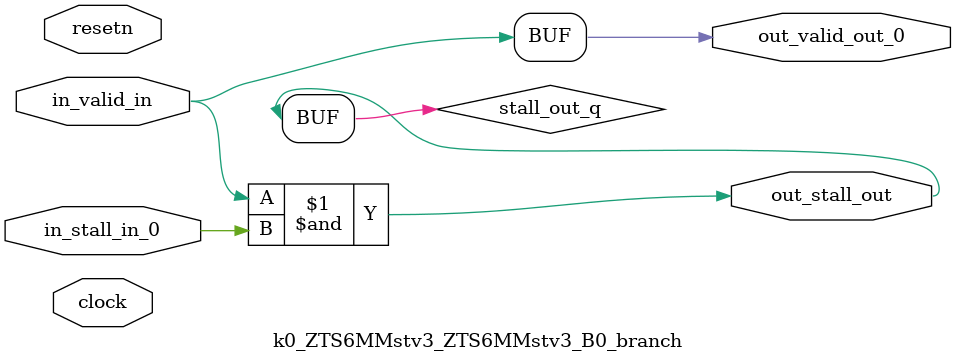
<source format=sv>



(* altera_attribute = "-name AUTO_SHIFT_REGISTER_RECOGNITION OFF; -name MESSAGE_DISABLE 10036; -name MESSAGE_DISABLE 10037; -name MESSAGE_DISABLE 14130; -name MESSAGE_DISABLE 14320; -name MESSAGE_DISABLE 15400; -name MESSAGE_DISABLE 14130; -name MESSAGE_DISABLE 10036; -name MESSAGE_DISABLE 12020; -name MESSAGE_DISABLE 12030; -name MESSAGE_DISABLE 12010; -name MESSAGE_DISABLE 12110; -name MESSAGE_DISABLE 14320; -name MESSAGE_DISABLE 13410; -name MESSAGE_DISABLE 113007; -name MESSAGE_DISABLE 10958" *)
module k0_ZTS6MMstv3_ZTS6MMstv3_B0_branch (
    input wire [0:0] in_stall_in_0,
    input wire [0:0] in_valid_in,
    output wire [0:0] out_stall_out,
    output wire [0:0] out_valid_out_0,
    input wire clock,
    input wire resetn
    );

    wire [0:0] stall_out_q;


    // stall_out(LOGICAL,6)
    assign stall_out_q = in_valid_in & in_stall_in_0;

    // out_stall_out(GPOUT,4)
    assign out_stall_out = stall_out_q;

    // out_valid_out_0(GPOUT,5)
    assign out_valid_out_0 = in_valid_in;

endmodule

</source>
